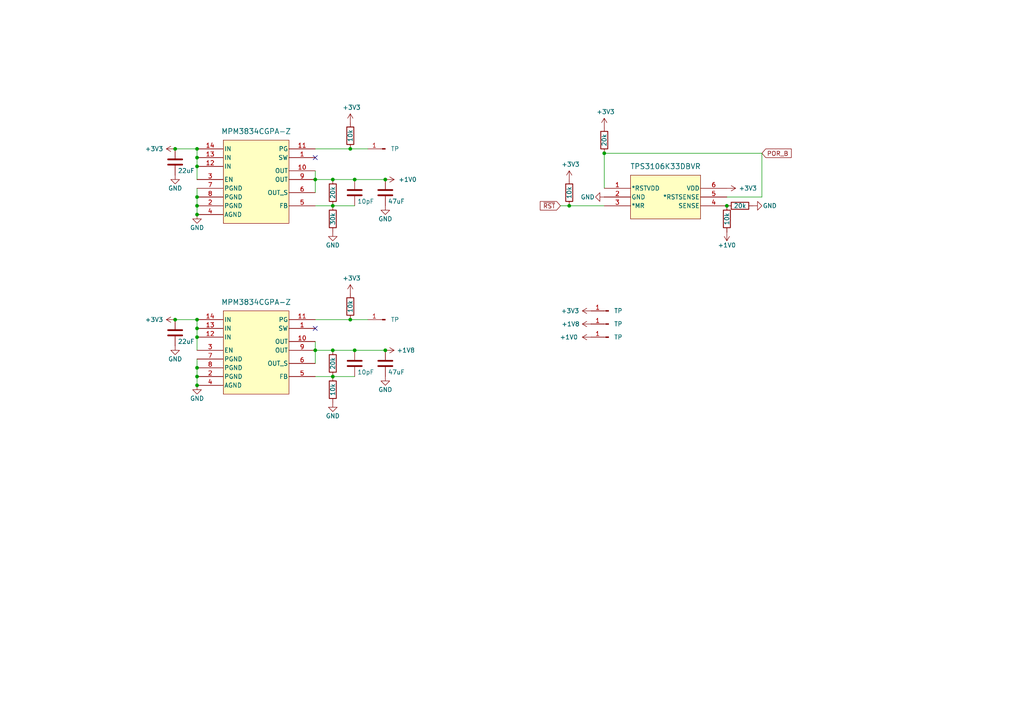
<source format=kicad_sch>
(kicad_sch (version 20231120) (generator "eeschema") (generator_version "8.0")
  (paper "A4")
  (lib_symbols
    (symbol "Connector:Conn_01x01_Pin" (pin_names (offset 1.016) hide)
      (property "Reference" "J" (at 0 2.54 0))
      (property "Value" "Conn_01x01_Pin" (at 0 -2.54 0))
      (symbol "Conn_01x01_Pin_1_1"
        (polyline (pts (xy 1.27 0) (xy 0.8636 0)) (stroke (width 0.1524)))
        (rectangle (start 0.8636 0.127) (end 0 -0.127) (stroke (width 0.1524)) (fill (type outline)))
        (pin passive line (at 5.08 0 180) (length 3.81) (name "Pin_1") (number "1"))
      )
    )
    (symbol "Device:C" (pin_numbers hide) (pin_names (offset 0.254))
      (property "Reference" "C" (at 0.635 2.54 0))
      (property "Value" "C" (at 0.635 -2.54 0))
      (symbol "C_0_1"
        (polyline (pts (xy -2.032 -0.762) (xy 2.032 -0.762)) (stroke (width 0.508)))
        (polyline (pts (xy -2.032 0.762) (xy 2.032 0.762)) (stroke (width 0.508)))
      )
      (symbol "C_1_1"
        (pin passive line (at 0 3.81 270) (length 2.794) (name "~") (number "1"))
        (pin passive line (at 0 -3.81 90) (length 2.794) (name "~") (number "2"))
      )
    )
    (symbol "Device:R" (pin_numbers hide) (pin_names (offset 0))
      (property "Reference" "R" (at 2.032 0 90))
      (property "Value" "R" (at 0 0 90))
      (symbol "R_0_1"
        (rectangle (start -1.016 -2.54) (end 1.016 2.54) (stroke (width 0.254)))
      )
      (symbol "R_1_1"
        (pin passive line (at 0 3.81 270) (length 1.27) (name "~") (number "1"))
        (pin passive line (at 0 -3.81 90) (length 1.27) (name "~") (number "2"))
      )
    )
    (symbol "ESP32-PRO_Rev_B1:GND" (power) (pin_names (offset 0))
      (property "Value" "GND" (at 0 -3.81 0))
      (symbol "GND_0_1"
        (polyline (pts (xy 0 0) (xy 0 -1.27) (xy 1.27 -1.27) (xy 0 -2.54) (xy -1.27 -1.27) (xy 0 -1.27)))
      )
      (symbol "GND_1_1"
        (pin power_in line (at 0 0 270) (length 0) hide (name "GND") (number "1"))
      )
    )
    (symbol "Personal:MPM3834CGPA-Z" (pin_names (offset 0.254))
      (property "Reference" "U" (at 24.384 11.43 0))
      (property "Value" "MPM3834CGPA-Z" (at 23.368 8.382 0))
      (symbol "MPM3834CGPA-Z_1_1"
        (rectangle (start 13.97 6.35) (end 33.02 -17.78) (fill (type background)))
        (pin unspecified line (at 40.64 1.27 180) (length 7.62) (name "SW") (number "1"))
        (pin power_in line (at 40.64 -2.54 180) (length 7.62) (name "OUT") (number "10"))
        (pin output line (at 40.64 3.81 180) (length 7.62) (name "PG") (number "11"))
        (pin power_in line (at 6.35 -1.27 0) (length 7.62) (name "IN") (number "12"))
        (pin power_in line (at 6.35 1.27 0) (length 7.62) (name "IN") (number "13"))
        (pin power_in line (at 6.35 3.81 0) (length 7.62) (name "IN") (number "14"))
        (pin power_in line (at 6.35 -12.7 0) (length 7.62) (name "PGND") (number "2"))
        (pin unspecified line (at 6.35 -5.08 0) (length 7.62) (name "EN") (number "3"))
        (pin power_in line (at 6.35 -15.24 0) (length 7.62) (name "AGND") (number "4"))
        (pin unspecified line (at 40.64 -12.7 180) (length 7.62) (name "FB") (number "5"))
        (pin output line (at 40.64 -8.89 180) (length 7.62) (name "OUT_S") (number "6"))
        (pin power_in line (at 6.35 -7.62 0) (length 7.62) (name "PGND") (number "7"))
        (pin power_in line (at 6.35 -10.16 0) (length 7.62) (name "PGND") (number "8"))
        (pin power_in line (at 40.64 -5.08 180) (length 7.62) (name "OUT") (number "9"))
      )
    )
    (symbol "Personal:TPS3106K33DBVR" (pin_names (offset 0.254))
      (property "Reference" "U" (at 18.542 10.16 0))
      (property "Value" "TPS3106K33DBVR" (at 18.034 6.858 0))
      (symbol "TPS3106K33DBVR_1_1"
        (rectangle (start 7.62 3.81) (end 27.94 -8.89) (fill (type background)))
        (pin output line (at 0 0 0) (length 7.62) (name "*RSTVDD") (number "1"))
        (pin power_in line (at 0 -2.54 0) (length 7.62) (name "GND") (number "2"))
        (pin input line (at 0 -5.08 0) (length 7.62) (name "*MR") (number "3"))
        (pin unspecified line (at 35.56 -5.08 180) (length 7.62) (name "SENSE") (number "4"))
        (pin output line (at 35.56 -2.54 180) (length 7.62) (name "*RSTSENSE") (number "5"))
        (pin power_in line (at 35.56 0 180) (length 7.62) (name "VDD") (number "6"))
      )
    )
    (symbol "power:+1V0" (power) (pin_numbers hide) (pin_names (offset 0) hide)
      (property "Value" "+1V0" (at 0 3.556 0))
      (symbol "+1V0_0_1"
        (polyline (pts (xy -0.762 1.27) (xy 0 2.54)))
        (polyline (pts (xy 0 0) (xy 0 2.54)))
        (polyline (pts (xy 0 2.54) (xy 0.762 1.27)))
      )
      (symbol "+1V0_1_1"
        (pin power_in line (at 0 0 90) (length 0) (name "~") (number "1"))
      )
    )
    (symbol "power:+1V8" (power) (pin_numbers hide) (pin_names (offset 0) hide)
      (property "Value" "+1V8" (at 0 3.556 0))
      (symbol "+1V8_0_1"
        (polyline (pts (xy -0.762 1.27) (xy 0 2.54)))
        (polyline (pts (xy 0 0) (xy 0 2.54)))
        (polyline (pts (xy 0 2.54) (xy 0.762 1.27)))
      )
      (symbol "+1V8_1_1"
        (pin power_in line (at 0 0 90) (length 0) (name "~") (number "1"))
      )
    )
    (symbol "power:+3V3" (power) (pin_names (offset 0))
      (property "Value" "+3V3" (at 0 3.556 0))
      (symbol "+3V3_0_1"
        (polyline (pts (xy -0.762 1.27) (xy 0 2.54)))
        (polyline (pts (xy 0 0) (xy 0 2.54)))
        (polyline (pts (xy 0 2.54) (xy 0.762 1.27)))
      )
      (symbol "+3V3_1_1"
        (pin power_in line (at 0 0 90) (length 0) hide (name "+3V3") (number "1"))
      )
    )
  )
  (junction (at 210.82 59.69))
  (junction (at 50.8 43.18))
  (junction (at 57.15 62.23))
  (junction (at 102.87 101.6))
  (junction (at 96.52 109.22))
  (junction (at 57.15 92.71))
  (junction (at 96.52 101.6))
  (junction (at 96.52 52.07))
  (junction (at 102.87 52.07))
  (junction (at 175.26 44.45))
  (junction (at 91.44 52.07))
  (junction (at 165.1 59.69))
  (junction (at 101.6 43.18))
  (junction (at 57.15 59.69))
  (junction (at 57.15 109.22))
  (junction (at 57.15 111.76))
  (junction (at 111.76 52.07))
  (junction (at 96.52 59.69))
  (junction (at 111.76 101.6))
  (junction (at 91.44 101.6))
  (junction (at 57.15 48.26))
  (junction (at 57.15 106.68))
  (junction (at 57.15 95.25))
  (junction (at 57.15 45.72))
  (junction (at 57.15 97.79))
  (junction (at 101.6 92.71))
  (junction (at 50.8 92.71))
  (junction (at 57.15 43.18))
  (junction (at 57.15 57.15))
  (no_connect (at 91.44 45.72))
  (no_connect (at 91.44 95.25))
  (wire (pts (xy 57.15 95.25) (xy 57.15 97.79)))
  (wire (pts (xy 162.56 59.69) (xy 165.1 59.69)))
  (wire (pts (xy 57.15 54.61) (xy 57.15 57.15)))
  (wire (pts (xy 220.98 57.15) (xy 220.98 44.45)))
  (wire (pts (xy 57.15 104.14) (xy 57.15 106.68)))
  (wire (pts (xy 57.15 57.15) (xy 57.15 59.69)))
  (wire (pts (xy 220.98 44.45) (xy 175.26 44.45)))
  (wire (pts (xy 57.15 43.18) (xy 57.15 45.72)))
  (wire (pts (xy 57.15 45.72) (xy 57.15 48.26)))
  (wire (pts (xy 57.15 92.71) (xy 57.15 95.25)))
  (wire (pts (xy 91.44 52.07) (xy 96.52 52.07)))
  (wire (pts (xy 96.52 59.69) (xy 102.87 59.69)))
  (wire (pts (xy 101.6 92.71) (xy 91.44 92.71)))
  (wire (pts (xy 101.6 43.18) (xy 91.44 43.18)))
  (wire (pts (xy 91.44 52.07) (xy 91.44 55.88)))
  (wire (pts (xy 175.26 44.45) (xy 175.26 54.61)))
  (wire (pts (xy 91.44 109.22) (xy 96.52 109.22)))
  (wire (pts (xy 57.15 109.22) (xy 57.15 111.76)))
  (wire (pts (xy 57.15 48.26) (xy 57.15 52.07)))
  (wire (pts (xy 165.1 59.69) (xy 175.26 59.69)))
  (wire (pts (xy 102.87 52.07) (xy 111.76 52.07)))
  (wire (pts (xy 91.44 99.06) (xy 91.44 101.6)))
  (wire (pts (xy 210.82 57.15) (xy 220.98 57.15)))
  (wire (pts (xy 57.15 59.69) (xy 57.15 62.23)))
  (wire (pts (xy 91.44 59.69) (xy 96.52 59.69)))
  (wire (pts (xy 91.44 49.53) (xy 91.44 52.07)))
  (wire (pts (xy 96.52 109.22) (xy 102.87 109.22)))
  (wire (pts (xy 96.52 101.6) (xy 102.87 101.6)))
  (wire (pts (xy 106.68 43.18) (xy 101.6 43.18)))
  (wire (pts (xy 96.52 52.07) (xy 102.87 52.07)))
  (wire (pts (xy 91.44 101.6) (xy 96.52 101.6)))
  (wire (pts (xy 50.8 92.71) (xy 57.15 92.71)))
  (wire (pts (xy 50.8 43.18) (xy 57.15 43.18)))
  (wire (pts (xy 91.44 101.6) (xy 91.44 105.41)))
  (wire (pts (xy 106.68 92.71) (xy 101.6 92.71)))
  (wire (pts (xy 102.87 101.6) (xy 111.76 101.6)))
  (wire (pts (xy 57.15 106.68) (xy 57.15 109.22)))
  (wire (pts (xy 57.15 97.79) (xy 57.15 101.6)))
  (global_label "~{RST}" (shape input) (at 162.56 59.69 180) (property "Intersheetrefs" "${INTERSHEET_REFS}" (effects (hide yes))))
  (global_label "POR_B" (shape input) (at 220.98 44.45 0) (property "Intersheetrefs" "${INTERSHEET_REFS}" (effects (hide yes))))
  (symbol (lib_id "Device:R") (at 175.26 40.64 180) (unit 1)
    (property "Reference" "R10" (effects (hide yes)))
    (property "Value" "20k" (at 175.26 40.64 90))
    (property "Footprint" "Capacitor_SMD:C_0201_0603Metric" (effects (hide yes)))
    (property "Description" "Resistor" (effects (hide yes)))
  )
  (symbol (lib_id "Device:R") (at 101.6 39.37 180) (unit 1)
    (property "Reference" "R4" (effects (hide yes)))
    (property "Value" "10k" (at 101.6 39.37 90))
    (property "Footprint" "Capacitor_SMD:C_0402_1005Metric" (effects (hide yes)))
    (property "Description" "Resistor" (effects (hide yes)))
  )
  (symbol (lib_id "Device:R") (at 210.82 63.5 0) (unit 1)
    (property "Reference" "R9" (effects (hide yes)))
    (property "Value" "10k" (at 210.82 63.5 90))
    (property "Footprint" "Capacitor_SMD:C_0402_1005Metric" (effects (hide yes)))
    (property "Description" "Resistor" (effects (hide yes)))
  )
  (symbol (lib_id "Personal:MPM3834CGPA-Z") (at 50.8 46.99 0) (unit 1)
    (property "Reference" "U1" (effects (hide yes)))
    (property "Value" "MPM3834CGPA-Z" (at 74.295 38.1 0) (effects (font (size 1.524 1.524))))
    (property "Footprint" "Sync_VT extras:ECLGA-14_MPM3834C_MNP" (effects (hide yes)))
    (property "Datasheet" "MPM3834CGPA-Z" (effects (hide yes)))
  )
  (symbol (lib_id "power:+3V3") (at 101.6 35.56 0) (unit 1)
    (property "Reference" "#PWR03" (effects (hide yes)))
    (property "Value" "+3V3" (at 101.981 31.1658 0))
  )
  (symbol (lib_id "Device:C") (at 50.8 46.99 0) (unit 1)
    (property "Reference" "C10" (effects (hide yes)))
    (property "Value" "22uF" (at 51.562 49.53 0) (effects (justify left)))
    (property "Footprint" "Capacitor_SMD:C_0402_1005Metric" (effects (hide yes)))
    (property "Description" "Unpolarized capacitor" (effects (hide yes)))
  )
  (symbol (lib_id "ESP32-PRO_Rev_B1:GND") (at 57.15 62.23 0) (unit 1)
    (property "Reference" "#PWR08" (effects (hide yes)))
    (property "Value" "GND" (at 57.15 66.04 0))
  )
  (symbol (lib_id "Device:C") (at 50.8 96.52 0) (unit 1)
    (property "Reference" "C8" (effects (hide yes)))
    (property "Value" "22uF" (at 51.562 99.06 0) (effects (justify left)))
    (property "Footprint" "Capacitor_SMD:C_0402_1005Metric" (effects (hide yes)))
    (property "Description" "Unpolarized capacitor" (effects (hide yes)))
  )
  (symbol (lib_id "Device:R") (at 101.6 88.9 180) (unit 1)
    (property "Reference" "R6" (effects (hide yes)))
    (property "Value" "10k" (at 101.6 88.9 90))
    (property "Footprint" "Capacitor_SMD:C_0402_1005Metric" (effects (hide yes)))
    (property "Description" "Resistor" (effects (hide yes)))
  )
  (symbol (lib_id "ESP32-PRO_Rev_B1:GND") (at 175.26 57.15 270) (mirror x) (unit 1)
    (property "Reference" "#PWR028" (effects (hide yes)))
    (property "Value" "GND" (at 170.434 57.15 90))
  )
  (symbol (lib_id "ESP32-PRO_Rev_B1:GND") (at 50.8 50.8 0) (unit 1)
    (property "Reference" "#PWR09" (effects (hide yes)))
    (property "Value" "GND" (at 50.8 54.61 0))
  )
  (symbol (lib_id "power:+3V3") (at 101.6 85.09 0) (unit 1)
    (property "Reference" "#PWR019" (effects (hide yes)))
    (property "Value" "+3V3" (at 101.981 80.6958 0))
  )
  (symbol (lib_id "Device:R") (at 96.52 55.88 180) (unit 1)
    (property "Reference" "R1" (effects (hide yes)))
    (property "Value" "20k" (at 96.52 55.88 90))
    (property "Footprint" "Capacitor_SMD:C_0201_0603Metric" (effects (hide yes)))
    (property "Description" "Resistor" (effects (hide yes)))
  )
  (symbol (lib_id "power:+1V8") (at 171.45 93.98 90) (mirror x) (unit 1)
    (property "Reference" "#PWR031" (effects (hide yes)))
    (property "Value" "+1V8" (at 168.148 93.98 90) (effects (justify left)))
    (property "Description" "Power symbol creates a global label with name \"+1V8\"" (effects (hide yes)))
  )
  (symbol (lib_id "Device:C") (at 102.87 55.88 0) (unit 1)
    (property "Reference" "C5" (effects (hide yes)))
    (property "Value" "10pF" (at 103.632 58.42 0) (effects (justify left)))
    (property "Footprint" "Capacitor_SMD:C_0201_0603Metric" (effects (hide yes)))
    (property "Description" "Unpolarized capacitor" (effects (hide yes)))
  )
  (symbol (lib_id "ESP32-PRO_Rev_B1:GND") (at 50.8 100.33 0) (unit 1)
    (property "Reference" "#PWR015" (effects (hide yes)))
    (property "Value" "GND" (at 50.8 104.14 0))
  )
  (symbol (lib_id "ESP32-PRO_Rev_B1:GND") (at 111.76 109.22 0) (unit 1)
    (property "Reference" "#PWR023" (effects (hide yes)))
    (property "Value" "GND" (at 111.76 113.03 0))
  )
  (symbol (lib_id "power:+3V3") (at 210.82 54.61 270) (unit 1)
    (property "Reference" "#PWR027" (effects (hide yes)))
    (property "Value" "+3V3" (at 216.916 54.61 90))
  )
  (symbol (lib_id "ESP32-PRO_Rev_B1:GND") (at 96.52 116.84 0) (unit 1)
    (property "Reference" "#PWR018" (effects (hide yes)))
    (property "Value" "GND" (at 96.52 120.65 0))
  )
  (symbol (lib_id "power:+3V3") (at 50.8 43.18 90) (unit 1)
    (property "Reference" "#PWR010" (effects (hide yes)))
    (property "Value" "+3V3" (at 44.704 43.18 90))
  )
  (symbol (lib_id "power:+3V3") (at 165.1 52.07 0) (unit 1)
    (property "Reference" "#PWR024" (effects (hide yes)))
    (property "Value" "+3V3" (at 165.481 47.6758 0))
  )
  (symbol (lib_id "power:+1V0") (at 210.82 67.31 180) (unit 1)
    (property "Reference" "#PWR026" (effects (hide yes)))
    (property "Value" "+1V0" (at 210.82 71.12 0))
    (property "Description" "Power symbol creates a global label with name \"+1V0\"" (effects (hide yes)))
  )
  (symbol (lib_id "ESP32-PRO_Rev_B1:GND") (at 111.76 59.69 0) (unit 1)
    (property "Reference" "#PWR06" (effects (hide yes)))
    (property "Value" "GND" (at 111.76 63.5 0))
  )
  (symbol (lib_id "power:+3V3") (at 50.8 92.71 90) (unit 1)
    (property "Reference" "#PWR013" (effects (hide yes)))
    (property "Value" "+3V3" (at 44.704 92.71 90))
  )
  (symbol (lib_id "Device:R") (at 96.52 105.41 180) (unit 1)
    (property "Reference" "R3" (effects (hide yes)))
    (property "Value" "20k" (at 96.52 105.41 90))
    (property "Footprint" "Capacitor_SMD:C_0201_0603Metric" (effects (hide yes)))
    (property "Description" "Resistor" (effects (hide yes)))
  )
  (symbol (lib_id "Connector:Conn_01x01_Pin") (at 176.53 97.79 0) (mirror y) (unit 1)
    (property "Reference" "TP5" (effects (hide yes)))
    (property "Value" "TP" (at 179.324 97.79 0))
    (property "Footprint" "TestPoint:TestPoint_Pad_1.0x1.0mm" (effects (hide yes)))
    (property "Description" "Generic connector, single row, 01x01, script generated" (effects (hide yes)))
  )
  (symbol (lib_id "Connector:Conn_01x01_Pin") (at 176.53 90.17 0) (mirror y) (unit 1)
    (property "Reference" "TP3" (effects (hide yes)))
    (property "Value" "TP" (at 179.324 90.17 0))
    (property "Footprint" "TestPoint:TestPoint_Pad_1.0x1.0mm" (effects (hide yes)))
    (property "Description" "Generic connector, single row, 01x01, script generated" (effects (hide yes)))
  )
  (symbol (lib_id "power:+3V3") (at 175.26 36.83 0) (unit 1)
    (property "Reference" "#PWR029" (effects (hide yes)))
    (property "Value" "+3V3" (at 175.641 32.4358 0))
  )
  (symbol (lib_id "power:+3V3") (at 171.45 90.17 90) (unit 1)
    (property "Reference" "#PWR030" (effects (hide yes)))
    (property "Value" "+3V3" (at 165.354 90.17 90))
  )
  (symbol (lib_id "Device:R") (at 96.52 113.03 180) (unit 1)
    (property "Reference" "R5" (effects (hide yes)))
    (property "Value" "10k" (at 96.52 113.03 90))
    (property "Footprint" "Capacitor_SMD:C_0402_1005Metric" (effects (hide yes)))
    (property "Description" "Resistor" (effects (hide yes)))
  )
  (symbol (lib_id "Connector:Conn_01x01_Pin") (at 111.76 43.18 0) (mirror y) (unit 1)
    (property "Reference" "TP2" (effects (hide yes)))
    (property "Value" "TP" (at 114.554 43.18 0))
    (property "Footprint" "TestPoint:TestPoint_Pad_1.0x1.0mm" (effects (hide yes)))
    (property "Description" "Generic connector, single row, 01x01, script generated" (effects (hide yes)))
  )
  (symbol (lib_id "power:+1V8") (at 111.76 101.6 270) (unit 1)
    (property "Reference" "#PWR022" (effects (hide yes)))
    (property "Value" "+1V8" (at 115.062 101.6 90) (effects (justify left)))
    (property "Description" "Power symbol creates a global label with name \"+1V8\"" (effects (hide yes)))
  )
  (symbol (lib_id "Device:R") (at 96.52 63.5 180) (unit 1)
    (property "Reference" "R2" (effects (hide yes)))
    (property "Value" "30k" (at 96.52 63.5 90))
    (property "Footprint" "Capacitor_SMD:C_0402_1005Metric" (effects (hide yes)))
    (property "Description" "Resistor" (effects (hide yes)))
  )
  (symbol (lib_id "Device:C") (at 102.87 105.41 0) (unit 1)
    (property "Reference" "C11" (effects (hide yes)))
    (property "Value" "10pF" (at 103.632 107.95 0) (effects (justify left)))
    (property "Footprint" "Capacitor_SMD:C_0201_0603Metric" (effects (hide yes)))
    (property "Description" "Unpolarized capacitor" (effects (hide yes)))
  )
  (symbol (lib_id "Device:C") (at 111.76 105.41 0) (unit 1)
    (property "Reference" "C12" (effects (hide yes)))
    (property "Value" "47uF" (at 112.522 107.95 0) (effects (justify left)))
    (property "Footprint" "Capacitor_SMD:C_0805_2012Metric" (effects (hide yes)))
    (property "Description" "Unpolarized capacitor" (effects (hide yes)))
  )
  (symbol (lib_id "Connector:Conn_01x01_Pin") (at 111.76 92.71 0) (mirror y) (unit 1)
    (property "Reference" "TP1" (effects (hide yes)))
    (property "Value" "TP" (at 114.554 92.71 0))
    (property "Footprint" "TestPoint:TestPoint_Pad_1.0x1.0mm" (effects (hide yes)))
    (property "Description" "Generic connector, single row, 01x01, script generated" (effects (hide yes)))
  )
  (symbol (lib_id "Connector:Conn_01x01_Pin") (at 176.53 93.98 0) (mirror y) (unit 1)
    (property "Reference" "TP4" (effects (hide yes)))
    (property "Value" "TP" (at 179.324 93.98 0))
    (property "Footprint" "TestPoint:TestPoint_Pad_1.0x1.0mm" (effects (hide yes)))
    (property "Description" "Generic connector, single row, 01x01, script generated" (effects (hide yes)))
  )
  (symbol (lib_id "Device:C") (at 111.76 55.88 0) (unit 1)
    (property "Reference" "C9" (effects (hide yes)))
    (property "Value" "47uF" (at 112.522 58.42 0) (effects (justify left)))
    (property "Footprint" "Capacitor_SMD:C_0805_2012Metric" (effects (hide yes)))
    (property "Description" "Unpolarized capacitor" (effects (hide yes)))
  )
  (symbol (lib_id "Personal:MPM3834CGPA-Z") (at 50.8 96.52 0) (unit 1)
    (property "Reference" "U2" (effects (hide yes)))
    (property "Value" "MPM3834CGPA-Z" (at 74.295 87.63 0) (effects (font (size 1.524 1.524))))
    (property "Footprint" "Sync_VT extras:ECLGA-14_MPM3834C_MNP" (effects (hide yes)))
    (property "Datasheet" "MPM3834CGPA-Z" (effects (hide yes)))
  )
  (symbol (lib_id "ESP32-PRO_Rev_B1:GND") (at 57.15 111.76 0) (unit 1)
    (property "Reference" "#PWR017" (effects (hide yes)))
    (property "Value" "GND" (at 57.15 115.57 0))
  )
  (symbol (lib_id "ESP32-PRO_Rev_B1:GND") (at 218.44 59.69 90) (unit 1)
    (property "Reference" "#PWR025" (effects (hide yes)))
    (property "Value" "GND" (at 223.266 59.69 90))
  )
  (symbol (lib_id "Device:R") (at 165.1 55.88 180) (unit 1)
    (property "Reference" "R7" (effects (hide yes)))
    (property "Value" "10k" (at 165.1 55.88 90))
    (property "Footprint" "Capacitor_SMD:C_0402_1005Metric" (effects (hide yes)))
    (property "Description" "Resistor" (effects (hide yes)))
  )
  (symbol (lib_id "ESP32-PRO_Rev_B1:GND") (at 96.52 67.31 0) (unit 1)
    (property "Reference" "#PWR016" (effects (hide yes)))
    (property "Value" "GND" (at 96.52 71.12 0))
  )
  (symbol (lib_id "Device:R") (at 214.63 59.69 90) (unit 1)
    (property "Reference" "R8" (effects (hide yes)))
    (property "Value" "20k" (at 214.63 59.69 90))
    (property "Footprint" "Capacitor_SMD:C_0201_0603Metric" (effects (hide yes)))
    (property "Description" "Resistor" (effects (hide yes)))
  )
  (symbol (lib_id "power:+1V0") (at 171.45 97.79 90) (mirror x) (unit 1)
    (property "Reference" "#PWR032" (effects (hide yes)))
    (property "Value" "+1V0" (at 167.64 97.7899 90) (effects (justify left)))
    (property "Description" "Power symbol creates a global label with name \"+1V0\"" (effects (hide yes)))
  )
  (symbol (lib_id "Personal:TPS3106K33DBVR") (at 175.26 54.61 0) (unit 1)
    (property "Reference" "U4" (effects (hide yes)))
    (property "Value" "TPS3106K33DBVR" (at 193.04 48.26 0) (effects (font (size 1.524 1.524))))
    (property "Footprint" "Sync_VT extras:DBV6-L" (effects (hide yes)))
    (property "Datasheet" "TPS3106K33DBVR" (effects (hide yes)))
  )
  (symbol (lib_id "power:+1V0") (at 111.76 52.07 270) (unit 1)
    (property "Reference" "#PWR011" (effects (hide yes)))
    (property "Value" "+1V0" (at 115.57 52.0699 90) (effects (justify left)))
    (property "Description" "Power symbol creates a global label with name \"+1V0\"" (effects (hide yes)))
  )
)
</source>
